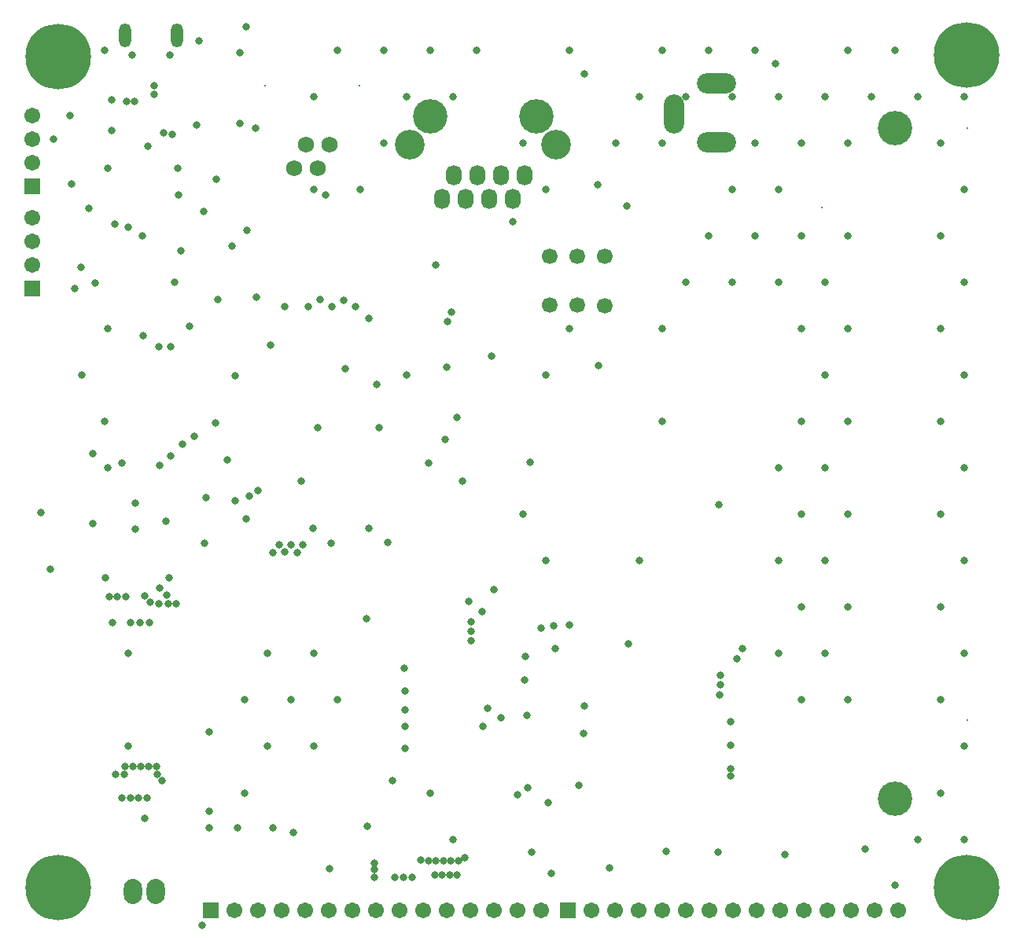
<source format=gbs>
%FSTAX23Y23*%
%MOIN*%
%SFA1B1*%

%IPPOS*%
%ADD122C,0.031620*%
%ADD123O,0.051310X0.102490*%
%ADD124R,0.008000X0.008000*%
%ADD125C,0.145800*%
%ADD126C,0.278000*%
%ADD127O,0.076900X0.106420*%
%ADD128C,0.066580*%
%ADD129R,0.067060X0.067060*%
%ADD130C,0.067060*%
%ADD131O,0.165480X0.086740*%
%ADD132O,0.086740X0.165480*%
%ADD133C,0.126110*%
%ADD134O,0.067060X0.086740*%
%ADD135C,0.068000*%
%ADD136C,0.008000*%
%ADD137R,0.067060X0.067060*%
%LNesp_gsm_iot-1*%
%LPD*%
G54D122*
X00489Y03707D03*
X00647D03*
X00659Y03369D03*
X0062Y03375D03*
X0058Y0354D03*
X00582Y03577D03*
X00497Y0351D03*
X00466D03*
X004Y03515D03*
X00385Y03225D03*
X006Y0138D03*
X01995Y00935D03*
X01975Y0086D03*
X0205Y00895D03*
X004Y03385D03*
X01285Y0267D03*
X01385Y02665D03*
X01308Y03113D03*
X00974Y02962D03*
X02979Y00992D03*
X0298Y01035D03*
Y01075D03*
X0305Y01146D03*
X04015Y03531D03*
X03916Y03334D03*
X04015Y03137D03*
X03916Y0294D03*
X04015Y02744D03*
X03916Y02547D03*
X04015Y0235D03*
X03916Y02153D03*
X04015Y01956D03*
X03916Y01759D03*
X04015Y01562D03*
X03916Y01366D03*
X04015Y01169D03*
X03916Y00972D03*
X04015Y00775D03*
X03916Y00578D03*
X04015Y00381D03*
X0372Y03728D03*
X03818Y03531D03*
Y00381D03*
X0372Y00185D03*
X03523Y03728D03*
X03621Y03531D03*
X03523Y03334D03*
Y0294D03*
Y02547D03*
Y02153D03*
Y01759D03*
Y01366D03*
Y00972D03*
X03424Y03531D03*
X03326Y03334D03*
Y0294D03*
X03424Y02744D03*
X03326Y02547D03*
X03424Y0235D03*
X03326Y02153D03*
X03424Y01956D03*
X03326Y01759D03*
X03424Y01562D03*
X03326Y01366D03*
X03424Y01169D03*
X03326Y00972D03*
X03129Y03728D03*
X03227Y03531D03*
X03129Y03334D03*
X03227Y03137D03*
X03129Y0294D03*
X03227Y02744D03*
Y01956D03*
Y01562D03*
Y01169D03*
X02932Y03728D03*
X03031Y03531D03*
Y03137D03*
X02932Y0294D03*
X03031Y02744D03*
X02735Y03728D03*
X02834Y03531D03*
X02735Y03334D03*
X02834Y02744D03*
X02735Y02547D03*
Y02153D03*
X02637Y03531D03*
X02538Y03334D03*
X02637Y01562D03*
X02342Y03728D03*
Y02547D03*
X02145Y03334D03*
X02243Y03137D03*
Y0235D03*
X02145Y01759D03*
X02243Y01562D03*
X01948Y03728D03*
X01751D03*
X01849Y03531D03*
X01751Y00578D03*
X01849Y00381D03*
X01554Y03728D03*
X01653Y03531D03*
X01554Y03334D03*
X01653Y0235D03*
X01357Y03728D03*
X01456Y03137D03*
X01357Y00972D03*
X01259Y03531D03*
Y03137D03*
Y01169D03*
X0116Y00972D03*
X01259Y00775D03*
X01062Y01169D03*
X00964Y00972D03*
X01062Y00775D03*
X00964Y00578D03*
X00668Y02744D03*
X00373Y03728D03*
Y02153D03*
X00471Y01169D03*
Y00775D03*
X00275Y0235D03*
X01645Y00765D03*
Y0086D03*
Y0093D03*
Y0101D03*
X00785Y00015D03*
X0014Y01525D03*
X0063Y0173D03*
X00815Y00835D03*
X0054Y0047D03*
X00245Y02715D03*
X00271Y02807D03*
X0023Y0316D03*
X00471Y02976D03*
X00322Y02017D03*
X00385Y01955D03*
X00445Y01975D03*
X001Y01765D03*
X00375Y0149D03*
X0046Y0141D03*
X00425D03*
X0039D03*
X00405Y013D03*
X0048D03*
X0056D03*
X0052D03*
X00543Y01412D03*
X00675Y0138D03*
X0064D03*
X00565Y01385D03*
X00559Y0069D03*
X00593Y00691D03*
X00594Y00657D03*
X00491Y00691D03*
X00418Y00656D03*
X00457Y00691D03*
X00456Y00658D03*
X00445Y00555D03*
X0048D03*
X00515D03*
X00526Y00691D03*
X0055Y00555D03*
X00614Y0063D03*
X01515Y0028D03*
Y0022D03*
X01638Y00219D03*
X016Y0022D03*
X01675D03*
X01515Y00252D03*
X01899Y00304D03*
X01871Y00291D03*
X01839D03*
X01808D03*
X01776D03*
X01745D03*
X01713Y00293D03*
X01772Y00231D03*
X01803D03*
X01835D03*
X01866D03*
X01325Y00255D03*
X02265Y00235D03*
X0225Y00535D03*
X0197Y01345D03*
X01775Y02815D03*
X01015Y0268D03*
X00925Y02345D03*
X0089Y0199D03*
X01275Y02125D03*
X01865Y0217D03*
X01889Y019D03*
X01746Y01978D03*
X0201Y0243D03*
X0275Y0033D03*
X0297Y00325D03*
X03255Y00315D03*
X03595Y0034D03*
X0251Y0026D03*
X00415Y0299D03*
X0033Y0274D03*
X00935Y0043D03*
X00815Y0043D03*
X0032Y0172D03*
X0075Y0209D03*
X01205Y019D03*
X0184Y02615D03*
X01825Y02575D03*
X0157Y0164D03*
X01255Y017D03*
X01535Y02127D03*
X01815Y02075D03*
X0164Y01105D03*
X0159Y0063D03*
X0148Y01315D03*
X00695Y02875D03*
X0079Y03042D03*
X00732Y02556D03*
X0222Y01275D03*
X0228Y0119D03*
X0215Y01055D03*
X01915Y0139D03*
X02155Y01155D03*
X00555Y0332D03*
X0216Y00905D03*
X0218Y00325D03*
X0133Y01635D03*
X0212Y0057D03*
X00815Y005D03*
X01485Y00435D03*
X00795Y01635D03*
X00645Y0149D03*
X0065Y02005D03*
X0084Y02145D03*
X0139Y02375D03*
X01525Y0231D03*
X021Y03D03*
X0246Y03155D03*
X0097Y03825D03*
X0101Y03395D03*
X00944Y03415D03*
X0091Y02895D03*
X0053Y0294D03*
X00605Y01445D03*
X00635Y01415D03*
X00605Y01965D03*
X03075Y0119D03*
X01085Y0043D03*
X0117Y0041D03*
X0149Y017D03*
X02175Y0198D03*
X02405Y00945D03*
X02975Y018D03*
X02465Y0239D03*
X01212Y0163D03*
X01187Y01595D03*
X01161Y0163D03*
X0111D03*
X01136Y016D03*
X00925Y01818D03*
X01085Y01595D03*
X0097Y0174D03*
X0102Y0186D03*
X00985Y01838D03*
X02585Y03065D03*
X01075Y02475D03*
X005Y01695D03*
Y01805D03*
X02165Y006D03*
X006Y0247D03*
X00535Y02515D03*
X0065Y0247D03*
X00385Y02545D03*
X01135Y0264D03*
X01235D03*
X01335D03*
X01435D03*
X0085Y0267D03*
X0149Y0259D03*
X03215Y0367D03*
X00845Y0318D03*
X008Y0183D03*
X0234Y0129D03*
X0076Y0341D03*
X0077Y03765D03*
X00945Y03715D03*
X00305Y03055D03*
X00155Y0335D03*
X00225Y0345D03*
X007Y02055D03*
X00682Y03227D03*
X00684Y03114D03*
X0182Y02384D03*
X02405Y03625D03*
X02021Y01441D03*
X01924Y01224D03*
X02275Y01285D03*
X01925Y01303D03*
X01925Y01264D03*
X0259Y0121D03*
X024Y0083D03*
X03025Y00649D03*
Y0068D03*
Y0078D03*
X0238Y0061D03*
X03025Y0088D03*
G54D123*
X00457Y03789D03*
X00679D03*
G54D124*
X04029Y00888D03*
Y03396D03*
X0341Y03061D03*
G54D125*
X0372Y00553D03*
Y03396D03*
X022Y03446D03*
X0175D03*
G54D126*
X04025Y03705D03*
X00175Y037D03*
Y00175D03*
X04025D03*
G54D127*
X0049Y0016D03*
X00589D03*
G54D128*
X02257Y02853D03*
X02375Y02853D03*
X02493Y02853D03*
Y02644D03*
X02375Y02645D03*
X02257D03*
G54D129*
X00065Y0315D03*
Y02715D03*
G54D130*
X00065Y0325D03*
Y0335D03*
Y0345D03*
Y02815D03*
Y02915D03*
Y03015D03*
X02435Y0008D03*
X02535D03*
X02635D03*
X02735D03*
X02835D03*
X02935D03*
X03035D03*
X03135D03*
X03235D03*
X03335D03*
X03435D03*
X03535D03*
X03635D03*
X03735D03*
X0222D03*
X0212D03*
X0202D03*
X0192D03*
X0182D03*
X0172D03*
X0162D03*
X0152D03*
X0142D03*
X0132D03*
X0122D03*
X0112D03*
X0102D03*
X0092D03*
G54D131*
X02965Y03585D03*
Y03335D03*
G54D132*
X02785Y03455D03*
G54D133*
X02284Y03326D03*
X01666D03*
G54D134*
X0185Y03196D03*
X0195D03*
X0205D03*
X0215D03*
X018Y03096D03*
X019D03*
X02D03*
X021D03*
G54D135*
X01325Y03325D03*
X01225D03*
X01275Y03225D03*
X01175D03*
G54D136*
X0145Y03575D03*
X0105D03*
G54D137*
X02335Y0008D03*
X0082D03*
M02*
</source>
